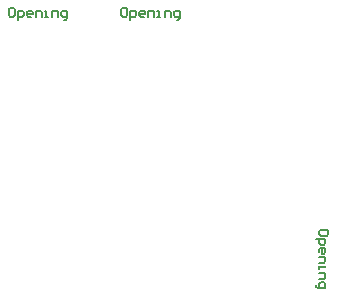
<source format=gbr>
G04 Layer_Color=8388736*
%FSLAX26Y26*%
%MOIN*%
%TF.FileFunction,Other,Mechanical_2*%
%TF.Part,Single*%
G01*
G75*
%TA.AperFunction,NonConductor*%
%ADD24C,0.005000*%
D24*
X864995Y1539990D02*
X854998D01*
X850000Y1534992D01*
Y1514998D01*
X854998Y1510000D01*
X864995D01*
X869994Y1514998D01*
Y1534992D01*
X864995Y1539990D01*
X879990Y1500003D02*
Y1529994D01*
X894986D01*
X899984Y1524995D01*
Y1514998D01*
X894986Y1510000D01*
X879990D01*
X924976D02*
X914979D01*
X909981Y1514998D01*
Y1524995D01*
X914979Y1529994D01*
X924976D01*
X929974Y1524995D01*
Y1519997D01*
X909981D01*
X939971Y1510000D02*
Y1529994D01*
X954966D01*
X959964Y1524995D01*
Y1510000D01*
X969961D02*
X979958D01*
X974960D01*
Y1529994D01*
X969961D01*
X994953Y1510000D02*
Y1529994D01*
X1009948D01*
X1014947Y1524995D01*
Y1510000D01*
X1034940Y1500003D02*
X1039939D01*
X1044937Y1505002D01*
Y1529994D01*
X1029942D01*
X1024943Y1524995D01*
Y1514998D01*
X1029942Y1510000D01*
X1044937D01*
X1539990Y785005D02*
Y795002D01*
X1534992Y800000D01*
X1514998D01*
X1510000Y795002D01*
Y785005D01*
X1514998Y780006D01*
X1534992D01*
X1539990Y785005D01*
X1500003Y770010D02*
X1529994D01*
Y755014D01*
X1524995Y750016D01*
X1514998D01*
X1510000Y755014D01*
Y770010D01*
Y725024D02*
Y735021D01*
X1514998Y740019D01*
X1524995D01*
X1529994Y735021D01*
Y725024D01*
X1524995Y720026D01*
X1519997D01*
Y740019D01*
X1510000Y710029D02*
X1529994D01*
Y695034D01*
X1524995Y690036D01*
X1510000D01*
Y680039D02*
Y670042D01*
Y675040D01*
X1529994D01*
Y680039D01*
X1510000Y655047D02*
X1529994D01*
Y640052D01*
X1524995Y635053D01*
X1510000D01*
X1500003Y615060D02*
Y610061D01*
X1505002Y605063D01*
X1529994D01*
Y620058D01*
X1524995Y625057D01*
X1514998D01*
X1510000Y620058D01*
Y605063D01*
X489995Y1539990D02*
X479998D01*
X475000Y1534992D01*
Y1514998D01*
X479998Y1510000D01*
X489995D01*
X494993Y1514998D01*
Y1534992D01*
X489995Y1539990D01*
X504990Y1500003D02*
Y1529994D01*
X519986D01*
X524984Y1524995D01*
Y1514998D01*
X519986Y1510000D01*
X504990D01*
X549976D02*
X539979D01*
X534981Y1514998D01*
Y1524995D01*
X539979Y1529994D01*
X549976D01*
X554974Y1524995D01*
Y1519997D01*
X534981D01*
X564971Y1510000D02*
Y1529994D01*
X579966D01*
X584964Y1524995D01*
Y1510000D01*
X594961D02*
X604958D01*
X599960D01*
Y1529994D01*
X594961D01*
X619953Y1510000D02*
Y1529994D01*
X634948D01*
X639947Y1524995D01*
Y1510000D01*
X659940Y1500003D02*
X664939D01*
X669937Y1505002D01*
Y1529994D01*
X654942D01*
X649943Y1524995D01*
Y1514998D01*
X654942Y1510000D01*
X669937D01*
%TF.MD5,bcd257283b16d879e6ee6f6cc6464264*%
M02*

</source>
